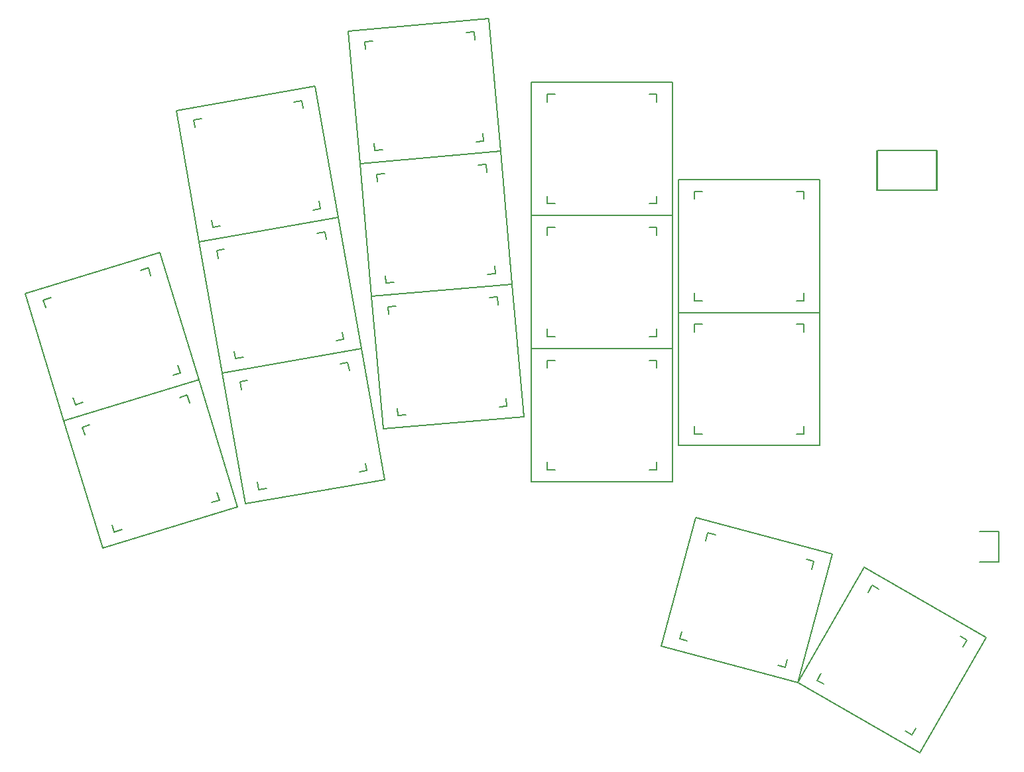
<source format=gbr>
%TF.GenerationSoftware,KiCad,Pcbnew,(6.0.4)*%
%TF.CreationDate,2022-05-14T00:01:53+02:00*%
%TF.ProjectId,battoota,62617474-6f6f-4746-912e-6b696361645f,v1.0.0*%
%TF.SameCoordinates,Original*%
%TF.FileFunction,OtherDrawing,Comment*%
%FSLAX46Y46*%
G04 Gerber Fmt 4.6, Leading zero omitted, Abs format (unit mm)*
G04 Created by KiCad (PCBNEW (6.0.4)) date 2022-05-14 00:01:53*
%MOMM*%
%LPD*%
G01*
G04 APERTURE LIST*
%ADD10C,0.150000*%
G04 APERTURE END LIST*
D10*
%TO.C,T1*%
X166092148Y53899495D02*
X163592148Y53899495D01*
X163592148Y57799495D02*
X166092148Y57799495D01*
X166092148Y57799495D02*
X166092148Y53899495D01*
%TO.C,S11*%
X63451567Y109438376D02*
X63277918Y110423184D01*
X77065227Y112854259D02*
X77238875Y111869451D01*
X79322653Y100051758D02*
X79496302Y99066950D01*
X78511494Y98893302D02*
X79496302Y99066950D01*
X65708993Y96635875D02*
X66693801Y96809524D01*
X81726389Y97937035D02*
X63999850Y94811368D01*
X64262726Y110596832D02*
X63277918Y110423184D01*
X77065227Y112854259D02*
X76080419Y112680610D01*
X78774370Y114678766D02*
X81726389Y97937035D01*
X61047831Y111553099D02*
X78774370Y114678766D01*
X63999850Y94811368D02*
X61047831Y111553099D01*
X65708993Y96635875D02*
X65535345Y97620683D01*
%TO.C,S34*%
X161990823Y43922391D02*
X161490823Y43056365D01*
X148884416Y53221429D02*
X164472874Y44221429D01*
X164472874Y44221429D02*
X155972874Y29498997D01*
X142866467Y38798035D02*
X143732493Y38298035D01*
X149366467Y50056365D02*
X149866467Y50922391D01*
X140384416Y38498997D02*
X148884416Y53221429D01*
X161990823Y43922391D02*
X161124797Y44422391D01*
X155972874Y29498997D02*
X140384416Y38498997D01*
X154124797Y32298035D02*
X154990823Y31798035D01*
X155490823Y32664061D02*
X154990823Y31798035D01*
X142866467Y38798035D02*
X143366467Y39664061D01*
X150732493Y50422391D02*
X149866467Y50922391D01*
%TO.C,S15*%
X103928219Y89430914D02*
X85996715Y87862110D01*
X84515067Y104797420D02*
X102446571Y106366224D01*
X100584916Y104697620D02*
X100672071Y103701425D01*
X100584916Y104697620D02*
X99588721Y104610464D01*
X85996715Y87862110D02*
X84515067Y104797420D01*
X100808901Y90663739D02*
X101805096Y90750894D01*
X102446571Y106366224D02*
X103928219Y89430914D01*
X101717940Y91747089D02*
X101805096Y90750894D01*
X87858370Y89530714D02*
X87771215Y90526909D01*
X87858370Y89530714D02*
X88854565Y89617870D01*
X86725346Y102481245D02*
X86638190Y103477440D01*
X87634385Y103564595D02*
X86638190Y103477440D01*
%TO.C,S21*%
X124411087Y81186017D02*
X106411087Y81186017D01*
X109411087Y96686017D02*
X108411087Y96686017D01*
X122411087Y83686017D02*
X122411087Y82686017D01*
X124411087Y98186017D02*
X124411087Y81186017D01*
X106411087Y81186017D02*
X106411087Y98186017D01*
X122411087Y96686017D02*
X122411087Y95686017D01*
X121411087Y82686017D02*
X122411087Y82686017D01*
X108411087Y95686017D02*
X108411087Y96686017D01*
X122411087Y96686017D02*
X121411087Y96686017D01*
X108411087Y82686017D02*
X108411087Y83686017D01*
X108411087Y82686017D02*
X109411087Y82686017D01*
X106411087Y98186017D02*
X124411087Y98186017D01*
%TO.C,S8*%
X70166764Y77113368D02*
X69181956Y76939720D01*
X87630427Y64453571D02*
X69903888Y61327904D01*
X82969265Y79370795D02*
X83142913Y78385987D01*
X69903888Y61327904D02*
X66951869Y78069635D01*
X84415532Y65409838D02*
X85400340Y65583486D01*
X85226691Y66568294D02*
X85400340Y65583486D01*
X84678408Y81195302D02*
X87630427Y64453571D01*
X66951869Y78069635D02*
X84678408Y81195302D01*
X69355605Y75954912D02*
X69181956Y76939720D01*
X82969265Y79370795D02*
X81984457Y79197146D01*
X71613031Y63152411D02*
X72597839Y63326060D01*
X71613031Y63152411D02*
X71439383Y64137219D01*
%TO.C,S14*%
X89340018Y72595404D02*
X89252863Y73591599D01*
X105409867Y72495604D02*
X87478363Y70926800D01*
X103928219Y89430914D02*
X105409867Y72495604D01*
X85996715Y87862110D02*
X103928219Y89430914D01*
X89116033Y86629285D02*
X88119838Y86542130D01*
X102066564Y87762310D02*
X101070369Y87675154D01*
X87478363Y70926800D02*
X85996715Y87862110D01*
X88206994Y85545935D02*
X88119838Y86542130D01*
X89340018Y72595404D02*
X90336213Y72682560D01*
X102066564Y87762310D02*
X102153719Y86766115D01*
X102290549Y73728429D02*
X103286744Y73815584D01*
X103199588Y74811779D02*
X103286744Y73815584D01*
%TO.C,S20*%
X108411087Y78686017D02*
X108411087Y79686017D01*
X122411087Y66686017D02*
X122411087Y65686017D01*
X106411087Y64186017D02*
X106411087Y81186017D01*
X106411087Y81186017D02*
X124411087Y81186017D01*
X109411087Y79686017D02*
X108411087Y79686017D01*
X122411087Y79686017D02*
X122411087Y78686017D01*
X122411087Y79686017D02*
X121411087Y79686017D01*
X121411087Y65686017D02*
X122411087Y65686017D01*
X124411087Y81186017D02*
X124411087Y64186017D01*
X124411087Y64186017D02*
X106411087Y64186017D01*
X108411087Y65686017D02*
X108411087Y66686017D01*
X108411087Y65686017D02*
X109411087Y65686017D01*
%TO.C,S28*%
X141218280Y84278852D02*
X140218280Y84278852D01*
X140218280Y70278852D02*
X141218280Y70278852D01*
X128218280Y84278852D02*
X127218280Y84278852D01*
X127218280Y83278852D02*
X127218280Y84278852D01*
X143218280Y68778852D02*
X125218280Y68778852D01*
X143218280Y85778852D02*
X143218280Y68778852D01*
X141218280Y84278852D02*
X141218280Y83278852D01*
X141218280Y71278852D02*
X141218280Y70278852D01*
X125218280Y85778852D02*
X143218280Y85778852D01*
X125218280Y68778852D02*
X125218280Y85778852D01*
X127218280Y70278852D02*
X128218280Y70278852D01*
X127218280Y70278852D02*
X127218280Y71278852D01*
%TO.C,S29*%
X143218280Y85778852D02*
X125218280Y85778852D01*
X125218280Y102778852D02*
X143218280Y102778852D01*
X140218280Y87278852D02*
X141218280Y87278852D01*
X127218280Y87278852D02*
X128218280Y87278852D01*
X127218280Y100278852D02*
X127218280Y101278852D01*
X141218280Y101278852D02*
X140218280Y101278852D01*
X125218280Y85778852D02*
X125218280Y102778852D01*
X141218280Y101278852D02*
X141218280Y100278852D01*
X141218280Y88278852D02*
X141218280Y87278852D01*
X127218280Y87278852D02*
X127218280Y88278852D01*
X143218280Y102778852D02*
X143218280Y85778852D01*
X128218280Y101278852D02*
X127218280Y101278852D01*
%TO.C,S33*%
X154124797Y32298035D02*
X154990823Y31798035D01*
X161990823Y43922391D02*
X161490823Y43056365D01*
X142866467Y38798035D02*
X143366467Y39664061D01*
X149366467Y50056365D02*
X149866467Y50922391D01*
X140384416Y38498997D02*
X148884416Y53221429D01*
X155490823Y32664061D02*
X154990823Y31798035D01*
X161990823Y43922391D02*
X161124797Y44422391D01*
X148884416Y53221429D02*
X164472874Y44221429D01*
X164472874Y44221429D02*
X155972874Y29498997D01*
X150732493Y50422391D02*
X149866467Y50922391D01*
X142866467Y38798035D02*
X143732493Y38298035D01*
X155972874Y29498997D02*
X140384416Y38498997D01*
%TO.C,S7*%
X84415532Y65409838D02*
X85400340Y65583486D01*
X71613031Y63152411D02*
X72597839Y63326060D01*
X66951869Y78069635D02*
X84678408Y81195302D01*
X70166764Y77113368D02*
X69181956Y76939720D01*
X69903888Y61327904D02*
X66951869Y78069635D01*
X82969265Y79370795D02*
X83142913Y78385987D01*
X87630427Y64453571D02*
X69903888Y61327904D01*
X82969265Y79370795D02*
X81984457Y79197146D01*
X85226691Y66568294D02*
X85400340Y65583486D01*
X84678408Y81195302D02*
X87630427Y64453571D01*
X71613031Y63152411D02*
X71439383Y64137219D01*
X69355605Y75954912D02*
X69181956Y76939720D01*
%TO.C,T2*%
X166092148Y53899495D02*
X163592148Y53899495D01*
X166092148Y57799495D02*
X166092148Y53899495D01*
X163592148Y57799495D02*
X166092148Y57799495D01*
%TO.C,S5*%
X61290623Y79038736D02*
X61582994Y78082432D01*
X60626689Y77790060D02*
X61582994Y78082432D01*
X45057829Y87669866D02*
X44101524Y87377494D01*
X41750357Y88227208D02*
X58963842Y93489899D01*
X44393895Y86421190D02*
X44101524Y87377494D01*
X48194728Y73989228D02*
X49151032Y74281599D01*
X57489790Y91470698D02*
X57782162Y90514393D01*
X58963842Y93489899D02*
X63934161Y77232718D01*
X63934161Y77232718D02*
X46720676Y71970027D01*
X46720676Y71970027D02*
X41750357Y88227208D01*
X48194728Y73989228D02*
X47902356Y74945533D01*
X57489790Y91470698D02*
X56533486Y91178327D01*
%TO.C,S27*%
X125218280Y68778852D02*
X125218280Y85778852D01*
X125218280Y85778852D02*
X143218280Y85778852D01*
X143218280Y85778852D02*
X143218280Y68778852D01*
X127218280Y83278852D02*
X127218280Y84278852D01*
X141218280Y71278852D02*
X141218280Y70278852D01*
X141218280Y84278852D02*
X140218280Y84278852D01*
X128218280Y84278852D02*
X127218280Y84278852D01*
X127218280Y70278852D02*
X128218280Y70278852D01*
X127218280Y70278852D02*
X127218280Y71278852D01*
X143218280Y68778852D02*
X125218280Y68778852D01*
X140218280Y70278852D02*
X141218280Y70278852D01*
X141218280Y84278852D02*
X141218280Y83278852D01*
%TO.C,S9*%
X80017246Y96112527D02*
X80190894Y95127719D01*
X81726389Y97937034D02*
X84678408Y81195303D01*
X63999850Y94811367D02*
X81726389Y97937034D01*
X82274672Y83310026D02*
X82448321Y82325218D01*
X68661012Y79894143D02*
X69645820Y80067792D01*
X80017246Y96112527D02*
X79032438Y95938878D01*
X81463513Y82151570D02*
X82448321Y82325218D01*
X66951869Y78069636D02*
X63999850Y94811367D01*
X68661012Y79894143D02*
X68487364Y80878951D01*
X66403586Y92696644D02*
X66229937Y93681452D01*
X84678408Y81195303D02*
X66951869Y78069636D01*
X67214745Y93855100D02*
X66229937Y93681452D01*
%TO.C,S16*%
X87634385Y103564595D02*
X86638190Y103477440D01*
X100808901Y90663739D02*
X101805096Y90750894D01*
X100584916Y104697620D02*
X99588721Y104610464D01*
X100584916Y104697620D02*
X100672071Y103701425D01*
X87858370Y89530714D02*
X87771215Y90526909D01*
X86725346Y102481245D02*
X86638190Y103477440D01*
X85996715Y87862110D02*
X84515067Y104797420D01*
X102446571Y106366224D02*
X103928219Y89430914D01*
X103928219Y89430914D02*
X85996715Y87862110D01*
X101717940Y91747089D02*
X101805096Y90750894D01*
X87858370Y89530714D02*
X88854565Y89617870D01*
X84515067Y104797420D02*
X102446571Y106366224D01*
%TO.C,S30*%
X140218280Y87278852D02*
X141218280Y87278852D01*
X141218280Y88278852D02*
X141218280Y87278852D01*
X125218280Y85778852D02*
X125218280Y102778852D01*
X127218280Y87278852D02*
X128218280Y87278852D01*
X127218280Y100278852D02*
X127218280Y101278852D01*
X125218280Y102778852D02*
X143218280Y102778852D01*
X127218280Y87278852D02*
X127218280Y88278852D01*
X141218280Y101278852D02*
X141218280Y100278852D01*
X143218280Y85778852D02*
X125218280Y85778852D01*
X143218280Y102778852D02*
X143218280Y85778852D01*
X128218280Y101278852D02*
X127218280Y101278852D01*
X141218280Y101278852D02*
X140218280Y101278852D01*
%TO.C,S13*%
X89116033Y86629285D02*
X88119838Y86542130D01*
X102066564Y87762310D02*
X102153719Y86766115D01*
X103199588Y74811779D02*
X103286744Y73815584D01*
X87478363Y70926800D02*
X85996715Y87862110D01*
X103928219Y89430914D02*
X105409867Y72495604D01*
X89340018Y72595404D02*
X89252863Y73591599D01*
X105409867Y72495604D02*
X87478363Y70926800D01*
X89340018Y72595404D02*
X90336213Y72682560D01*
X88206994Y85545935D02*
X88119838Y86542130D01*
X102066564Y87762310D02*
X101070369Y87675154D01*
X102290549Y73728429D02*
X103286744Y73815584D01*
X85996715Y87862110D02*
X103928219Y89430914D01*
%TO.C,S24*%
X124411087Y115186017D02*
X124411087Y98186017D01*
X122411087Y113686017D02*
X122411087Y112686017D01*
X106411087Y98186017D02*
X106411087Y115186017D01*
X108411087Y112686017D02*
X108411087Y113686017D01*
X121411087Y99686017D02*
X122411087Y99686017D01*
X108411087Y99686017D02*
X109411087Y99686017D01*
X109411087Y113686017D02*
X108411087Y113686017D01*
X122411087Y113686017D02*
X121411087Y113686017D01*
X108411087Y99686017D02*
X108411087Y100686017D01*
X106411087Y115186017D02*
X124411087Y115186017D01*
X122411087Y100686017D02*
X122411087Y99686017D01*
X124411087Y98186017D02*
X106411087Y98186017D01*
%TO.C,S17*%
X100236293Y108682399D02*
X100323449Y107686204D01*
X84515068Y104797420D02*
X83033420Y121732730D01*
X99327254Y107599049D02*
X100323449Y107686204D01*
X86152738Y120499905D02*
X85156543Y120412750D01*
X102446572Y106366224D02*
X84515068Y104797420D01*
X86376723Y106466024D02*
X87372918Y106553180D01*
X86376723Y106466024D02*
X86289568Y107462219D01*
X100964924Y123301534D02*
X102446572Y106366224D01*
X85243699Y119416555D02*
X85156543Y120412750D01*
X99103269Y121632930D02*
X98107074Y121545774D01*
X83033420Y121732730D02*
X100964924Y123301534D01*
X99103269Y121632930D02*
X99190424Y120636735D01*
%TO.C,S4*%
X63934161Y77232718D02*
X68904480Y60975537D01*
X50028148Y71412685D02*
X49071843Y71120313D01*
X53165047Y57732047D02*
X54121351Y58024418D01*
X65597008Y61532879D02*
X66553313Y61825251D01*
X46720676Y71970027D02*
X63934161Y77232718D01*
X51690995Y55712846D02*
X46720676Y71970027D01*
X49364214Y70164009D02*
X49071843Y71120313D01*
X53165047Y57732047D02*
X52872675Y58688352D01*
X66260942Y62781555D02*
X66553313Y61825251D01*
X62460109Y75213517D02*
X62752481Y74257212D01*
X68904480Y60975537D02*
X51690995Y55712846D01*
X62460109Y75213517D02*
X61503805Y74921146D01*
%TO.C,S10*%
X84678408Y81195303D02*
X66951869Y78069636D01*
X63999850Y94811367D02*
X81726389Y97937034D01*
X82274672Y83310026D02*
X82448321Y82325218D01*
X66403586Y92696644D02*
X66229937Y93681452D01*
X67214745Y93855100D02*
X66229937Y93681452D01*
X80017246Y96112527D02*
X80190894Y95127719D01*
X81463513Y82151570D02*
X82448321Y82325218D01*
X80017246Y96112527D02*
X79032438Y95938878D01*
X81726389Y97937034D02*
X84678408Y81195303D01*
X68661012Y79894143D02*
X69645820Y80067792D01*
X68661012Y79894143D02*
X68487364Y80878951D01*
X66951869Y78069636D02*
X63999850Y94811367D01*
%TO.C,S22*%
X108411087Y82686017D02*
X109411087Y82686017D01*
X124411087Y81186017D02*
X106411087Y81186017D01*
X122411087Y96686017D02*
X121411087Y96686017D01*
X122411087Y96686017D02*
X122411087Y95686017D01*
X122411087Y83686017D02*
X122411087Y82686017D01*
X106411087Y81186017D02*
X106411087Y98186017D01*
X109411087Y96686017D02*
X108411087Y96686017D01*
X108411087Y82686017D02*
X108411087Y83686017D01*
X121411087Y82686017D02*
X122411087Y82686017D01*
X108411087Y95686017D02*
X108411087Y96686017D01*
X106411087Y98186017D02*
X124411087Y98186017D01*
X124411087Y98186017D02*
X124411087Y81186017D01*
%TO.C,S31*%
X125317832Y44088991D02*
X126283758Y43830171D01*
X137874868Y40724343D02*
X138840793Y40465524D01*
X128682479Y56646026D02*
X128941299Y57611952D01*
X142464260Y53988485D02*
X142205441Y53022560D01*
X122997752Y43157740D02*
X127397675Y59578479D01*
X140384417Y38498997D02*
X122997752Y43157740D01*
X142464260Y53988485D02*
X141498334Y54247305D01*
X139099613Y41431450D02*
X138840793Y40465524D01*
X129907224Y57353133D02*
X128941299Y57611952D01*
X144784340Y54919736D02*
X140384417Y38498997D01*
X125317832Y44088991D02*
X125576651Y45054916D01*
X127397675Y59578479D02*
X144784340Y54919736D01*
%TO.C,MCU1*%
X150547213Y101396542D02*
X150547213Y106476542D01*
X150508690Y101396542D02*
X150508690Y106476542D01*
X158128690Y101396542D02*
X150508690Y101396542D01*
X150547213Y106476542D02*
X158167213Y106476542D01*
X158167213Y106476542D02*
X158167213Y101396542D01*
X158167213Y101396542D02*
X150547213Y101396542D01*
X158128690Y106476542D02*
X158128690Y101396542D01*
%TO.C,S3*%
X50028148Y71412685D02*
X49071843Y71120313D01*
X62460109Y75213517D02*
X61503805Y74921146D01*
X51690995Y55712846D02*
X46720676Y71970027D01*
X53165047Y57732047D02*
X54121351Y58024418D01*
X62460109Y75213517D02*
X62752481Y74257212D01*
X46720676Y71970027D02*
X63934161Y77232718D01*
X49364214Y70164009D02*
X49071843Y71120313D01*
X65597008Y61532879D02*
X66553313Y61825251D01*
X63934161Y77232718D02*
X68904480Y60975537D01*
X53165047Y57732047D02*
X52872675Y58688352D01*
X66260942Y62781555D02*
X66553313Y61825251D01*
X68904480Y60975537D02*
X51690995Y55712846D01*
%TO.C,S32*%
X128682479Y56646026D02*
X128941299Y57611952D01*
X142464260Y53988485D02*
X141498334Y54247305D01*
X125317832Y44088991D02*
X125576651Y45054916D01*
X140384417Y38498997D02*
X122997752Y43157740D01*
X139099613Y41431450D02*
X138840793Y40465524D01*
X137874868Y40724343D02*
X138840793Y40465524D01*
X125317832Y44088991D02*
X126283758Y43830171D01*
X122997752Y43157740D02*
X127397675Y59578479D01*
X142464260Y53988485D02*
X142205441Y53022560D01*
X129907224Y57353133D02*
X128941299Y57611952D01*
X144784340Y54919736D02*
X140384417Y38498997D01*
X127397675Y59578479D02*
X144784340Y54919736D01*
%TO.C,S12*%
X63999850Y94811368D02*
X61047831Y111553099D01*
X61047831Y111553099D02*
X78774370Y114678766D01*
X63451567Y109438376D02*
X63277918Y110423184D01*
X78511494Y98893302D02*
X79496302Y99066950D01*
X77065227Y112854259D02*
X77238875Y111869451D01*
X65708993Y96635875D02*
X66693801Y96809524D01*
X79322653Y100051758D02*
X79496302Y99066950D01*
X77065227Y112854259D02*
X76080419Y112680610D01*
X78774370Y114678766D02*
X81726389Y97937035D01*
X64262726Y110596832D02*
X63277918Y110423184D01*
X65708993Y96635875D02*
X65535345Y97620683D01*
X81726389Y97937035D02*
X63999850Y94811368D01*
%TO.C,S23*%
X121411087Y99686017D02*
X122411087Y99686017D01*
X108411087Y99686017D02*
X108411087Y100686017D01*
X106411087Y115186017D02*
X124411087Y115186017D01*
X122411087Y100686017D02*
X122411087Y99686017D01*
X106411087Y98186017D02*
X106411087Y115186017D01*
X109411087Y113686017D02*
X108411087Y113686017D01*
X122411087Y113686017D02*
X122411087Y112686017D01*
X108411087Y99686017D02*
X109411087Y99686017D01*
X122411087Y113686017D02*
X121411087Y113686017D01*
X124411087Y115186017D02*
X124411087Y98186017D01*
X124411087Y98186017D02*
X106411087Y98186017D01*
X108411087Y112686017D02*
X108411087Y113686017D01*
%TO.C,S6*%
X45057829Y87669866D02*
X44101524Y87377494D01*
X44393895Y86421190D02*
X44101524Y87377494D01*
X57489790Y91470698D02*
X57782162Y90514393D01*
X63934161Y77232718D02*
X46720676Y71970027D01*
X48194728Y73989228D02*
X47902356Y74945533D01*
X41750357Y88227208D02*
X58963842Y93489899D01*
X60626689Y77790060D02*
X61582994Y78082432D01*
X46720676Y71970027D02*
X41750357Y88227208D01*
X58963842Y93489899D02*
X63934161Y77232718D01*
X57489790Y91470698D02*
X56533486Y91178327D01*
X61290623Y79038736D02*
X61582994Y78082432D01*
X48194728Y73989228D02*
X49151032Y74281599D01*
%TO.C,S19*%
X108411087Y65686017D02*
X109411087Y65686017D01*
X121411087Y65686017D02*
X122411087Y65686017D01*
X108411087Y78686017D02*
X108411087Y79686017D01*
X122411087Y79686017D02*
X122411087Y78686017D01*
X124411087Y64186017D02*
X106411087Y64186017D01*
X106411087Y81186017D02*
X124411087Y81186017D01*
X108411087Y65686017D02*
X108411087Y66686017D01*
X124411087Y81186017D02*
X124411087Y64186017D01*
X122411087Y79686017D02*
X121411087Y79686017D01*
X109411087Y79686017D02*
X108411087Y79686017D01*
X122411087Y66686017D02*
X122411087Y65686017D01*
X106411087Y64186017D02*
X106411087Y81186017D01*
%TO.C,S18*%
X86376723Y106466024D02*
X87372918Y106553180D01*
X85243699Y119416555D02*
X85156543Y120412750D01*
X100964924Y123301534D02*
X102446572Y106366224D01*
X86152738Y120499905D02*
X85156543Y120412750D01*
X84515068Y104797420D02*
X83033420Y121732730D01*
X102446572Y106366224D02*
X84515068Y104797420D01*
X99327254Y107599049D02*
X100323449Y107686204D01*
X86376723Y106466024D02*
X86289568Y107462219D01*
X100236293Y108682399D02*
X100323449Y107686204D01*
X99103269Y121632930D02*
X98107074Y121545774D01*
X83033420Y121732730D02*
X100964924Y123301534D01*
X99103269Y121632930D02*
X99190424Y120636735D01*
%TD*%
M02*

</source>
